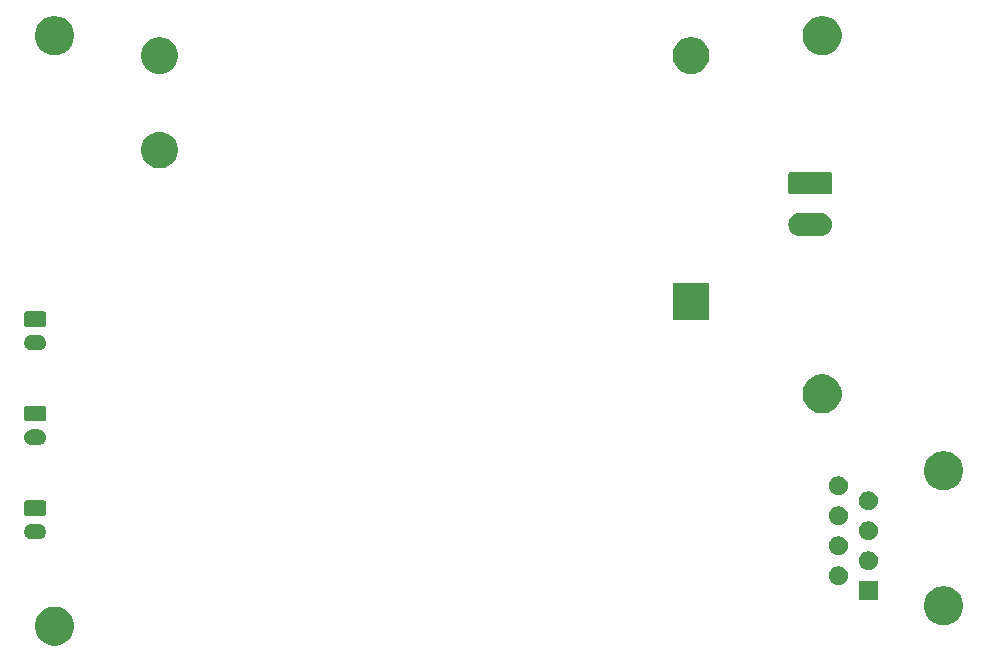
<source format=gbr>
G04 #@! TF.GenerationSoftware,KiCad,Pcbnew,(5.1.5)-3*
G04 #@! TF.CreationDate,2020-05-07T22:08:26-06:00*
G04 #@! TF.ProjectId,GarageDoorPowerBoard,47617261-6765-4446-9f6f-72506f776572,rev?*
G04 #@! TF.SameCoordinates,Original*
G04 #@! TF.FileFunction,Soldermask,Bot*
G04 #@! TF.FilePolarity,Negative*
%FSLAX46Y46*%
G04 Gerber Fmt 4.6, Leading zero omitted, Abs format (unit mm)*
G04 Created by KiCad (PCBNEW (5.1.5)-3) date 2020-05-07 22:08:26*
%MOMM*%
%LPD*%
G04 APERTURE LIST*
%ADD10C,0.100000*%
G04 APERTURE END LIST*
D10*
G36*
X106975256Y-115311298D02*
G01*
X107081579Y-115332447D01*
X107382042Y-115456903D01*
X107652451Y-115637585D01*
X107882415Y-115867549D01*
X108063097Y-116137958D01*
X108187553Y-116438421D01*
X108251000Y-116757391D01*
X108251000Y-117082609D01*
X108187553Y-117401579D01*
X108063097Y-117702042D01*
X107882415Y-117972451D01*
X107652451Y-118202415D01*
X107382042Y-118383097D01*
X107081579Y-118507553D01*
X106975256Y-118528702D01*
X106762611Y-118571000D01*
X106437389Y-118571000D01*
X106224744Y-118528702D01*
X106118421Y-118507553D01*
X105817958Y-118383097D01*
X105547549Y-118202415D01*
X105317585Y-117972451D01*
X105136903Y-117702042D01*
X105012447Y-117401579D01*
X104949000Y-117082609D01*
X104949000Y-116757391D01*
X105012447Y-116438421D01*
X105136903Y-116137958D01*
X105317585Y-115867549D01*
X105547549Y-115637585D01*
X105817958Y-115456903D01*
X106118421Y-115332447D01*
X106224744Y-115311298D01*
X106437389Y-115269000D01*
X106762611Y-115269000D01*
X106975256Y-115311298D01*
G37*
G36*
X182245256Y-113581298D02*
G01*
X182351579Y-113602447D01*
X182652042Y-113726903D01*
X182922451Y-113907585D01*
X183152415Y-114137549D01*
X183333097Y-114407958D01*
X183457553Y-114708421D01*
X183521000Y-115027391D01*
X183521000Y-115352609D01*
X183457553Y-115671579D01*
X183333097Y-115972042D01*
X183152415Y-116242451D01*
X182922451Y-116472415D01*
X182652042Y-116653097D01*
X182351579Y-116777553D01*
X182245256Y-116798702D01*
X182032611Y-116841000D01*
X181707389Y-116841000D01*
X181494744Y-116798702D01*
X181388421Y-116777553D01*
X181087958Y-116653097D01*
X180817549Y-116472415D01*
X180587585Y-116242451D01*
X180406903Y-115972042D01*
X180282447Y-115671579D01*
X180219000Y-115352609D01*
X180219000Y-115027391D01*
X180282447Y-114708421D01*
X180406903Y-114407958D01*
X180587585Y-114137549D01*
X180817549Y-113907585D01*
X181087958Y-113726903D01*
X181388421Y-113602447D01*
X181494744Y-113581298D01*
X181707389Y-113539000D01*
X182032611Y-113539000D01*
X182245256Y-113581298D01*
G37*
G36*
X176321000Y-114721000D02*
G01*
X174719000Y-114721000D01*
X174719000Y-113119000D01*
X176321000Y-113119000D01*
X176321000Y-114721000D01*
G37*
G36*
X173213642Y-111879781D02*
G01*
X173359414Y-111940162D01*
X173359416Y-111940163D01*
X173490608Y-112027822D01*
X173602178Y-112139392D01*
X173609412Y-112150219D01*
X173689838Y-112270586D01*
X173750219Y-112416358D01*
X173781000Y-112571107D01*
X173781000Y-112728893D01*
X173750219Y-112883642D01*
X173689838Y-113029414D01*
X173689837Y-113029416D01*
X173602178Y-113160608D01*
X173490608Y-113272178D01*
X173359416Y-113359837D01*
X173359415Y-113359838D01*
X173359414Y-113359838D01*
X173213642Y-113420219D01*
X173058893Y-113451000D01*
X172901107Y-113451000D01*
X172746358Y-113420219D01*
X172600586Y-113359838D01*
X172600585Y-113359838D01*
X172600584Y-113359837D01*
X172469392Y-113272178D01*
X172357822Y-113160608D01*
X172270163Y-113029416D01*
X172270162Y-113029414D01*
X172209781Y-112883642D01*
X172179000Y-112728893D01*
X172179000Y-112571107D01*
X172209781Y-112416358D01*
X172270162Y-112270586D01*
X172350588Y-112150219D01*
X172357822Y-112139392D01*
X172469392Y-112027822D01*
X172600584Y-111940163D01*
X172600586Y-111940162D01*
X172746358Y-111879781D01*
X172901107Y-111849000D01*
X173058893Y-111849000D01*
X173213642Y-111879781D01*
G37*
G36*
X175753642Y-110609781D02*
G01*
X175899414Y-110670162D01*
X175899416Y-110670163D01*
X176030608Y-110757822D01*
X176142178Y-110869392D01*
X176149412Y-110880219D01*
X176229838Y-111000586D01*
X176290219Y-111146358D01*
X176321000Y-111301107D01*
X176321000Y-111458893D01*
X176290219Y-111613642D01*
X176229838Y-111759414D01*
X176229837Y-111759416D01*
X176142178Y-111890608D01*
X176030608Y-112002178D01*
X175899416Y-112089837D01*
X175899415Y-112089838D01*
X175899414Y-112089838D01*
X175753642Y-112150219D01*
X175598893Y-112181000D01*
X175441107Y-112181000D01*
X175286358Y-112150219D01*
X175140586Y-112089838D01*
X175140585Y-112089838D01*
X175140584Y-112089837D01*
X175009392Y-112002178D01*
X174897822Y-111890608D01*
X174810163Y-111759416D01*
X174810162Y-111759414D01*
X174749781Y-111613642D01*
X174719000Y-111458893D01*
X174719000Y-111301107D01*
X174749781Y-111146358D01*
X174810162Y-111000586D01*
X174890588Y-110880219D01*
X174897822Y-110869392D01*
X175009392Y-110757822D01*
X175140584Y-110670163D01*
X175140586Y-110670162D01*
X175286358Y-110609781D01*
X175441107Y-110579000D01*
X175598893Y-110579000D01*
X175753642Y-110609781D01*
G37*
G36*
X173213642Y-109339781D02*
G01*
X173359414Y-109400162D01*
X173359416Y-109400163D01*
X173490608Y-109487822D01*
X173602178Y-109599392D01*
X173609412Y-109610219D01*
X173689838Y-109730586D01*
X173750219Y-109876358D01*
X173781000Y-110031107D01*
X173781000Y-110188893D01*
X173750219Y-110343642D01*
X173689838Y-110489414D01*
X173689837Y-110489416D01*
X173602178Y-110620608D01*
X173490608Y-110732178D01*
X173359416Y-110819837D01*
X173359415Y-110819838D01*
X173359414Y-110819838D01*
X173213642Y-110880219D01*
X173058893Y-110911000D01*
X172901107Y-110911000D01*
X172746358Y-110880219D01*
X172600586Y-110819838D01*
X172600585Y-110819838D01*
X172600584Y-110819837D01*
X172469392Y-110732178D01*
X172357822Y-110620608D01*
X172270163Y-110489416D01*
X172270162Y-110489414D01*
X172209781Y-110343642D01*
X172179000Y-110188893D01*
X172179000Y-110031107D01*
X172209781Y-109876358D01*
X172270162Y-109730586D01*
X172350588Y-109610219D01*
X172357822Y-109599392D01*
X172469392Y-109487822D01*
X172600584Y-109400163D01*
X172600586Y-109400162D01*
X172746358Y-109339781D01*
X172901107Y-109309000D01*
X173058893Y-109309000D01*
X173213642Y-109339781D01*
G37*
G36*
X175753642Y-108069781D02*
G01*
X175899414Y-108130162D01*
X175899416Y-108130163D01*
X176030608Y-108217822D01*
X176142178Y-108329392D01*
X176227740Y-108457446D01*
X176229838Y-108460586D01*
X176290219Y-108606358D01*
X176321000Y-108761107D01*
X176321000Y-108918893D01*
X176290219Y-109073642D01*
X176250167Y-109170336D01*
X176229837Y-109219416D01*
X176142178Y-109350608D01*
X176030608Y-109462178D01*
X175899416Y-109549837D01*
X175899415Y-109549838D01*
X175899414Y-109549838D01*
X175753642Y-109610219D01*
X175598893Y-109641000D01*
X175441107Y-109641000D01*
X175286358Y-109610219D01*
X175140586Y-109549838D01*
X175140585Y-109549838D01*
X175140584Y-109549837D01*
X175009392Y-109462178D01*
X174897822Y-109350608D01*
X174810163Y-109219416D01*
X174789833Y-109170336D01*
X174749781Y-109073642D01*
X174719000Y-108918893D01*
X174719000Y-108761107D01*
X174749781Y-108606358D01*
X174810162Y-108460586D01*
X174812260Y-108457446D01*
X174897822Y-108329392D01*
X175009392Y-108217822D01*
X175140584Y-108130163D01*
X175140586Y-108130162D01*
X175286358Y-108069781D01*
X175441107Y-108039000D01*
X175598893Y-108039000D01*
X175753642Y-108069781D01*
G37*
G36*
X105301655Y-108272140D02*
G01*
X105365418Y-108278420D01*
X105456204Y-108305960D01*
X105488136Y-108315646D01*
X105601225Y-108376094D01*
X105700354Y-108457446D01*
X105781706Y-108556575D01*
X105842154Y-108669664D01*
X105842155Y-108669668D01*
X105879380Y-108792382D01*
X105891949Y-108920000D01*
X105879380Y-109047618D01*
X105871485Y-109073643D01*
X105842154Y-109170336D01*
X105781706Y-109283425D01*
X105700354Y-109382554D01*
X105601225Y-109463906D01*
X105488136Y-109524354D01*
X105456204Y-109534040D01*
X105365418Y-109561580D01*
X105301655Y-109567860D01*
X105269774Y-109571000D01*
X104655826Y-109571000D01*
X104623945Y-109567860D01*
X104560182Y-109561580D01*
X104469396Y-109534040D01*
X104437464Y-109524354D01*
X104324375Y-109463906D01*
X104225246Y-109382554D01*
X104143894Y-109283425D01*
X104083446Y-109170336D01*
X104054115Y-109073643D01*
X104046220Y-109047618D01*
X104033651Y-108920000D01*
X104046220Y-108792382D01*
X104083445Y-108669668D01*
X104083446Y-108669664D01*
X104143894Y-108556575D01*
X104225246Y-108457446D01*
X104324375Y-108376094D01*
X104437464Y-108315646D01*
X104469396Y-108305960D01*
X104560182Y-108278420D01*
X104623945Y-108272140D01*
X104655826Y-108269000D01*
X105269774Y-108269000D01*
X105301655Y-108272140D01*
G37*
G36*
X173213642Y-106799781D02*
G01*
X173359414Y-106860162D01*
X173359416Y-106860163D01*
X173490608Y-106947822D01*
X173602178Y-107059392D01*
X173609412Y-107070219D01*
X173689838Y-107190586D01*
X173750219Y-107336358D01*
X173781000Y-107491107D01*
X173781000Y-107648893D01*
X173750219Y-107803642D01*
X173689838Y-107949414D01*
X173689837Y-107949416D01*
X173602178Y-108080608D01*
X173490608Y-108192178D01*
X173359416Y-108279837D01*
X173359415Y-108279838D01*
X173359414Y-108279838D01*
X173213642Y-108340219D01*
X173058893Y-108371000D01*
X172901107Y-108371000D01*
X172746358Y-108340219D01*
X172600586Y-108279838D01*
X172600585Y-108279838D01*
X172600584Y-108279837D01*
X172469392Y-108192178D01*
X172357822Y-108080608D01*
X172270163Y-107949416D01*
X172270162Y-107949414D01*
X172209781Y-107803642D01*
X172179000Y-107648893D01*
X172179000Y-107491107D01*
X172209781Y-107336358D01*
X172270162Y-107190586D01*
X172350588Y-107070219D01*
X172357822Y-107059392D01*
X172469392Y-106947822D01*
X172600584Y-106860163D01*
X172600586Y-106860162D01*
X172746358Y-106799781D01*
X172901107Y-106769000D01*
X173058893Y-106769000D01*
X173213642Y-106799781D01*
G37*
G36*
X105729042Y-106273404D02*
G01*
X105766137Y-106284657D01*
X105800315Y-106302925D01*
X105830281Y-106327519D01*
X105854875Y-106357485D01*
X105873143Y-106391663D01*
X105884396Y-106428758D01*
X105888800Y-106473474D01*
X105888800Y-107366526D01*
X105884396Y-107411242D01*
X105873143Y-107448337D01*
X105854875Y-107482515D01*
X105830281Y-107512481D01*
X105800315Y-107537075D01*
X105766137Y-107555343D01*
X105729042Y-107566596D01*
X105684326Y-107571000D01*
X104241274Y-107571000D01*
X104196558Y-107566596D01*
X104159463Y-107555343D01*
X104125285Y-107537075D01*
X104095319Y-107512481D01*
X104070725Y-107482515D01*
X104052457Y-107448337D01*
X104041204Y-107411242D01*
X104036800Y-107366526D01*
X104036800Y-106473474D01*
X104041204Y-106428758D01*
X104052457Y-106391663D01*
X104070725Y-106357485D01*
X104095319Y-106327519D01*
X104125285Y-106302925D01*
X104159463Y-106284657D01*
X104196558Y-106273404D01*
X104241274Y-106269000D01*
X105684326Y-106269000D01*
X105729042Y-106273404D01*
G37*
G36*
X175753642Y-105529781D02*
G01*
X175899414Y-105590162D01*
X175899416Y-105590163D01*
X176030608Y-105677822D01*
X176142178Y-105789392D01*
X176149412Y-105800219D01*
X176229838Y-105920586D01*
X176290219Y-106066358D01*
X176321000Y-106221107D01*
X176321000Y-106378893D01*
X176290219Y-106533642D01*
X176287482Y-106540249D01*
X176229837Y-106679416D01*
X176142178Y-106810608D01*
X176030608Y-106922178D01*
X175899416Y-107009837D01*
X175899415Y-107009838D01*
X175899414Y-107009838D01*
X175753642Y-107070219D01*
X175598893Y-107101000D01*
X175441107Y-107101000D01*
X175286358Y-107070219D01*
X175140586Y-107009838D01*
X175140585Y-107009838D01*
X175140584Y-107009837D01*
X175009392Y-106922178D01*
X174897822Y-106810608D01*
X174810163Y-106679416D01*
X174752518Y-106540249D01*
X174749781Y-106533642D01*
X174719000Y-106378893D01*
X174719000Y-106221107D01*
X174749781Y-106066358D01*
X174810162Y-105920586D01*
X174890588Y-105800219D01*
X174897822Y-105789392D01*
X175009392Y-105677822D01*
X175140584Y-105590163D01*
X175140586Y-105590162D01*
X175286358Y-105529781D01*
X175441107Y-105499000D01*
X175598893Y-105499000D01*
X175753642Y-105529781D01*
G37*
G36*
X173213642Y-104259781D02*
G01*
X173359414Y-104320162D01*
X173359416Y-104320163D01*
X173490608Y-104407822D01*
X173602178Y-104519392D01*
X173617312Y-104542042D01*
X173689838Y-104650586D01*
X173750219Y-104796358D01*
X173781000Y-104951107D01*
X173781000Y-105108893D01*
X173750219Y-105263642D01*
X173689838Y-105409414D01*
X173689837Y-105409416D01*
X173602178Y-105540608D01*
X173490608Y-105652178D01*
X173359416Y-105739837D01*
X173359415Y-105739838D01*
X173359414Y-105739838D01*
X173213642Y-105800219D01*
X173058893Y-105831000D01*
X172901107Y-105831000D01*
X172746358Y-105800219D01*
X172600586Y-105739838D01*
X172600585Y-105739838D01*
X172600584Y-105739837D01*
X172469392Y-105652178D01*
X172357822Y-105540608D01*
X172270163Y-105409416D01*
X172270162Y-105409414D01*
X172209781Y-105263642D01*
X172179000Y-105108893D01*
X172179000Y-104951107D01*
X172209781Y-104796358D01*
X172270162Y-104650586D01*
X172342688Y-104542042D01*
X172357822Y-104519392D01*
X172469392Y-104407822D01*
X172600584Y-104320163D01*
X172600586Y-104320162D01*
X172746358Y-104259781D01*
X172901107Y-104229000D01*
X173058893Y-104229000D01*
X173213642Y-104259781D01*
G37*
G36*
X182245256Y-102151298D02*
G01*
X182351579Y-102172447D01*
X182652042Y-102296903D01*
X182922451Y-102477585D01*
X183152415Y-102707549D01*
X183333097Y-102977958D01*
X183457553Y-103278421D01*
X183521000Y-103597391D01*
X183521000Y-103922609D01*
X183457553Y-104241579D01*
X183333097Y-104542042D01*
X183152415Y-104812451D01*
X182922451Y-105042415D01*
X182652042Y-105223097D01*
X182351579Y-105347553D01*
X182245256Y-105368702D01*
X182032611Y-105411000D01*
X181707389Y-105411000D01*
X181494744Y-105368702D01*
X181388421Y-105347553D01*
X181087958Y-105223097D01*
X180817549Y-105042415D01*
X180587585Y-104812451D01*
X180406903Y-104542042D01*
X180282447Y-104241579D01*
X180219000Y-103922609D01*
X180219000Y-103597391D01*
X180282447Y-103278421D01*
X180406903Y-102977958D01*
X180587585Y-102707549D01*
X180817549Y-102477585D01*
X181087958Y-102296903D01*
X181388421Y-102172447D01*
X181494744Y-102151298D01*
X181707389Y-102109000D01*
X182032611Y-102109000D01*
X182245256Y-102151298D01*
G37*
G36*
X105301655Y-100272140D02*
G01*
X105365418Y-100278420D01*
X105456204Y-100305960D01*
X105488136Y-100315646D01*
X105601225Y-100376094D01*
X105700354Y-100457446D01*
X105781706Y-100556575D01*
X105842154Y-100669664D01*
X105842155Y-100669668D01*
X105879380Y-100792382D01*
X105891949Y-100920000D01*
X105879380Y-101047618D01*
X105851840Y-101138404D01*
X105842154Y-101170336D01*
X105781706Y-101283425D01*
X105700354Y-101382554D01*
X105601225Y-101463906D01*
X105488136Y-101524354D01*
X105456204Y-101534040D01*
X105365418Y-101561580D01*
X105301655Y-101567860D01*
X105269774Y-101571000D01*
X104655826Y-101571000D01*
X104623945Y-101567860D01*
X104560182Y-101561580D01*
X104469396Y-101534040D01*
X104437464Y-101524354D01*
X104324375Y-101463906D01*
X104225246Y-101382554D01*
X104143894Y-101283425D01*
X104083446Y-101170336D01*
X104073760Y-101138404D01*
X104046220Y-101047618D01*
X104033651Y-100920000D01*
X104046220Y-100792382D01*
X104083445Y-100669668D01*
X104083446Y-100669664D01*
X104143894Y-100556575D01*
X104225246Y-100457446D01*
X104324375Y-100376094D01*
X104437464Y-100315646D01*
X104469396Y-100305960D01*
X104560182Y-100278420D01*
X104623945Y-100272140D01*
X104655826Y-100269000D01*
X105269774Y-100269000D01*
X105301655Y-100272140D01*
G37*
G36*
X105729042Y-98273404D02*
G01*
X105766137Y-98284657D01*
X105800315Y-98302925D01*
X105830281Y-98327519D01*
X105854875Y-98357485D01*
X105873143Y-98391663D01*
X105884396Y-98428758D01*
X105888800Y-98473474D01*
X105888800Y-99366526D01*
X105884396Y-99411242D01*
X105873143Y-99448337D01*
X105854875Y-99482515D01*
X105830281Y-99512481D01*
X105800315Y-99537075D01*
X105766137Y-99555343D01*
X105729042Y-99566596D01*
X105684326Y-99571000D01*
X104241274Y-99571000D01*
X104196558Y-99566596D01*
X104159463Y-99555343D01*
X104125285Y-99537075D01*
X104095319Y-99512481D01*
X104070725Y-99482515D01*
X104052457Y-99448337D01*
X104041204Y-99411242D01*
X104036800Y-99366526D01*
X104036800Y-98473474D01*
X104041204Y-98428758D01*
X104052457Y-98391663D01*
X104070725Y-98357485D01*
X104095319Y-98327519D01*
X104125285Y-98302925D01*
X104159463Y-98284657D01*
X104196558Y-98273404D01*
X104241274Y-98269000D01*
X105684326Y-98269000D01*
X105729042Y-98273404D01*
G37*
G36*
X171975256Y-95647898D02*
G01*
X172081579Y-95669047D01*
X172382042Y-95793503D01*
X172652451Y-95974185D01*
X172882415Y-96204149D01*
X173063097Y-96474558D01*
X173187553Y-96775021D01*
X173251000Y-97093991D01*
X173251000Y-97419209D01*
X173187553Y-97738179D01*
X173063097Y-98038642D01*
X172882415Y-98309051D01*
X172652451Y-98539015D01*
X172382042Y-98719697D01*
X172081579Y-98844153D01*
X171975256Y-98865302D01*
X171762611Y-98907600D01*
X171437389Y-98907600D01*
X171224744Y-98865302D01*
X171118421Y-98844153D01*
X170817958Y-98719697D01*
X170547549Y-98539015D01*
X170317585Y-98309051D01*
X170136903Y-98038642D01*
X170012447Y-97738179D01*
X169949000Y-97419209D01*
X169949000Y-97093991D01*
X170012447Y-96775021D01*
X170136903Y-96474558D01*
X170317585Y-96204149D01*
X170547549Y-95974185D01*
X170817958Y-95793503D01*
X171118421Y-95669047D01*
X171224744Y-95647898D01*
X171437389Y-95605600D01*
X171762611Y-95605600D01*
X171975256Y-95647898D01*
G37*
G36*
X105301655Y-92272140D02*
G01*
X105365418Y-92278420D01*
X105456204Y-92305960D01*
X105488136Y-92315646D01*
X105601225Y-92376094D01*
X105700354Y-92457446D01*
X105781706Y-92556575D01*
X105842154Y-92669664D01*
X105842155Y-92669668D01*
X105879380Y-92792382D01*
X105891949Y-92920000D01*
X105879380Y-93047618D01*
X105851840Y-93138404D01*
X105842154Y-93170336D01*
X105781706Y-93283425D01*
X105700354Y-93382554D01*
X105601225Y-93463906D01*
X105488136Y-93524354D01*
X105456204Y-93534040D01*
X105365418Y-93561580D01*
X105301655Y-93567860D01*
X105269774Y-93571000D01*
X104655826Y-93571000D01*
X104623945Y-93567860D01*
X104560182Y-93561580D01*
X104469396Y-93534040D01*
X104437464Y-93524354D01*
X104324375Y-93463906D01*
X104225246Y-93382554D01*
X104143894Y-93283425D01*
X104083446Y-93170336D01*
X104073760Y-93138404D01*
X104046220Y-93047618D01*
X104033651Y-92920000D01*
X104046220Y-92792382D01*
X104083445Y-92669668D01*
X104083446Y-92669664D01*
X104143894Y-92556575D01*
X104225246Y-92457446D01*
X104324375Y-92376094D01*
X104437464Y-92315646D01*
X104469396Y-92305960D01*
X104560182Y-92278420D01*
X104623945Y-92272140D01*
X104655826Y-92269000D01*
X105269774Y-92269000D01*
X105301655Y-92272140D01*
G37*
G36*
X105729042Y-90273404D02*
G01*
X105766137Y-90284657D01*
X105800315Y-90302925D01*
X105830281Y-90327519D01*
X105854875Y-90357485D01*
X105873143Y-90391663D01*
X105884396Y-90428758D01*
X105888800Y-90473474D01*
X105888800Y-91366526D01*
X105884396Y-91411242D01*
X105873143Y-91448337D01*
X105854875Y-91482515D01*
X105830281Y-91512481D01*
X105800315Y-91537075D01*
X105766137Y-91555343D01*
X105729042Y-91566596D01*
X105684326Y-91571000D01*
X104241274Y-91571000D01*
X104196558Y-91566596D01*
X104159463Y-91555343D01*
X104125285Y-91537075D01*
X104095319Y-91512481D01*
X104070725Y-91482515D01*
X104052457Y-91448337D01*
X104041204Y-91411242D01*
X104036800Y-91366526D01*
X104036800Y-90473474D01*
X104041204Y-90428758D01*
X104052457Y-90391663D01*
X104070725Y-90357485D01*
X104095319Y-90327519D01*
X104125285Y-90302925D01*
X104159463Y-90284657D01*
X104196558Y-90273404D01*
X104241274Y-90269000D01*
X105684326Y-90269000D01*
X105729042Y-90273404D01*
G37*
G36*
X162051000Y-90971000D02*
G01*
X158949000Y-90971000D01*
X158949000Y-87869000D01*
X162051000Y-87869000D01*
X162051000Y-90971000D01*
G37*
G36*
X171686425Y-81982760D02*
G01*
X171686428Y-81982761D01*
X171686429Y-81982761D01*
X171865693Y-82037140D01*
X171865696Y-82037142D01*
X171865697Y-82037142D01*
X172030903Y-82125446D01*
X172175712Y-82244288D01*
X172294554Y-82389097D01*
X172382858Y-82554303D01*
X172382860Y-82554307D01*
X172437239Y-82733571D01*
X172437240Y-82733575D01*
X172455601Y-82920000D01*
X172437240Y-83106425D01*
X172437239Y-83106428D01*
X172437239Y-83106429D01*
X172382860Y-83285693D01*
X172382858Y-83285696D01*
X172382858Y-83285697D01*
X172294554Y-83450903D01*
X172175712Y-83595712D01*
X172030903Y-83714554D01*
X171865697Y-83802858D01*
X171865693Y-83802860D01*
X171686429Y-83857239D01*
X171686428Y-83857239D01*
X171686425Y-83857240D01*
X171546718Y-83871000D01*
X169653282Y-83871000D01*
X169513575Y-83857240D01*
X169513572Y-83857239D01*
X169513571Y-83857239D01*
X169334307Y-83802860D01*
X169334303Y-83802858D01*
X169169097Y-83714554D01*
X169024288Y-83595712D01*
X168905446Y-83450903D01*
X168817142Y-83285697D01*
X168817142Y-83285696D01*
X168817140Y-83285693D01*
X168762761Y-83106429D01*
X168762761Y-83106428D01*
X168762760Y-83106425D01*
X168744399Y-82920000D01*
X168762760Y-82733575D01*
X168762761Y-82733571D01*
X168817140Y-82554307D01*
X168817142Y-82554303D01*
X168905446Y-82389097D01*
X169024288Y-82244288D01*
X169169097Y-82125446D01*
X169334303Y-82037142D01*
X169334304Y-82037142D01*
X169334307Y-82037140D01*
X169513571Y-81982761D01*
X169513572Y-81982761D01*
X169513575Y-81982760D01*
X169653282Y-81969000D01*
X171546718Y-81969000D01*
X171686425Y-81982760D01*
G37*
G36*
X172310915Y-78472934D02*
G01*
X172343424Y-78482795D01*
X172373382Y-78498809D01*
X172399641Y-78520359D01*
X172421191Y-78546618D01*
X172437205Y-78576576D01*
X172447066Y-78609085D01*
X172451000Y-78649029D01*
X172451000Y-80190971D01*
X172447066Y-80230915D01*
X172437205Y-80263424D01*
X172421191Y-80293382D01*
X172399641Y-80319641D01*
X172373382Y-80341191D01*
X172343424Y-80357205D01*
X172310915Y-80367066D01*
X172270971Y-80371000D01*
X168929029Y-80371000D01*
X168889085Y-80367066D01*
X168856576Y-80357205D01*
X168826618Y-80341191D01*
X168800359Y-80319641D01*
X168778809Y-80293382D01*
X168762795Y-80263424D01*
X168752934Y-80230915D01*
X168749000Y-80190971D01*
X168749000Y-78649029D01*
X168752934Y-78609085D01*
X168762795Y-78576576D01*
X168778809Y-78546618D01*
X168800359Y-78520359D01*
X168826618Y-78498809D01*
X168856576Y-78482795D01*
X168889085Y-78472934D01*
X168929029Y-78469000D01*
X172270971Y-78469000D01*
X172310915Y-78472934D01*
G37*
G36*
X115802585Y-75098802D02*
G01*
X115952410Y-75128604D01*
X116234674Y-75245521D01*
X116488705Y-75415259D01*
X116704741Y-75631295D01*
X116874479Y-75885326D01*
X116991396Y-76167590D01*
X117051000Y-76467240D01*
X117051000Y-76772760D01*
X116991396Y-77072410D01*
X116874479Y-77354674D01*
X116704741Y-77608705D01*
X116488705Y-77824741D01*
X116234674Y-77994479D01*
X115952410Y-78111396D01*
X115802585Y-78141198D01*
X115652761Y-78171000D01*
X115347239Y-78171000D01*
X115197415Y-78141198D01*
X115047590Y-78111396D01*
X114765326Y-77994479D01*
X114511295Y-77824741D01*
X114295259Y-77608705D01*
X114125521Y-77354674D01*
X114008604Y-77072410D01*
X113949000Y-76772760D01*
X113949000Y-76467240D01*
X114008604Y-76167590D01*
X114125521Y-75885326D01*
X114295259Y-75631295D01*
X114511295Y-75415259D01*
X114765326Y-75245521D01*
X115047590Y-75128604D01*
X115197415Y-75098802D01*
X115347239Y-75069000D01*
X115652761Y-75069000D01*
X115802585Y-75098802D01*
G37*
G36*
X115802585Y-67098802D02*
G01*
X115952410Y-67128604D01*
X116234674Y-67245521D01*
X116488705Y-67415259D01*
X116704741Y-67631295D01*
X116874479Y-67885326D01*
X116991396Y-68167590D01*
X117051000Y-68467240D01*
X117051000Y-68772760D01*
X116991396Y-69072410D01*
X116874479Y-69354674D01*
X116704741Y-69608705D01*
X116488705Y-69824741D01*
X116234674Y-69994479D01*
X115952410Y-70111396D01*
X115802585Y-70141198D01*
X115652761Y-70171000D01*
X115347239Y-70171000D01*
X115197415Y-70141198D01*
X115047590Y-70111396D01*
X114765326Y-69994479D01*
X114511295Y-69824741D01*
X114295259Y-69608705D01*
X114125521Y-69354674D01*
X114008604Y-69072410D01*
X113949000Y-68772760D01*
X113949000Y-68467240D01*
X114008604Y-68167590D01*
X114125521Y-67885326D01*
X114295259Y-67631295D01*
X114511295Y-67415259D01*
X114765326Y-67245521D01*
X115047590Y-67128604D01*
X115197415Y-67098802D01*
X115347239Y-67069000D01*
X115652761Y-67069000D01*
X115802585Y-67098802D01*
G37*
G36*
X160802585Y-67098802D02*
G01*
X160952410Y-67128604D01*
X161234674Y-67245521D01*
X161488705Y-67415259D01*
X161704741Y-67631295D01*
X161874479Y-67885326D01*
X161991396Y-68167590D01*
X162051000Y-68467240D01*
X162051000Y-68772760D01*
X161991396Y-69072410D01*
X161874479Y-69354674D01*
X161704741Y-69608705D01*
X161488705Y-69824741D01*
X161234674Y-69994479D01*
X160952410Y-70111396D01*
X160802585Y-70141198D01*
X160652761Y-70171000D01*
X160347239Y-70171000D01*
X160197415Y-70141198D01*
X160047590Y-70111396D01*
X159765326Y-69994479D01*
X159511295Y-69824741D01*
X159295259Y-69608705D01*
X159125521Y-69354674D01*
X159008604Y-69072410D01*
X158949000Y-68772760D01*
X158949000Y-68467240D01*
X159008604Y-68167590D01*
X159125521Y-67885326D01*
X159295259Y-67631295D01*
X159511295Y-67415259D01*
X159765326Y-67245521D01*
X160047590Y-67128604D01*
X160197415Y-67098802D01*
X160347239Y-67069000D01*
X160652761Y-67069000D01*
X160802585Y-67098802D01*
G37*
G36*
X106975256Y-65311298D02*
G01*
X107081579Y-65332447D01*
X107382042Y-65456903D01*
X107652451Y-65637585D01*
X107882415Y-65867549D01*
X108063097Y-66137958D01*
X108187553Y-66438421D01*
X108251000Y-66757391D01*
X108251000Y-67082609D01*
X108187553Y-67401579D01*
X108063097Y-67702042D01*
X107882415Y-67972451D01*
X107652451Y-68202415D01*
X107382042Y-68383097D01*
X107081579Y-68507553D01*
X106975256Y-68528702D01*
X106762611Y-68571000D01*
X106437389Y-68571000D01*
X106224744Y-68528702D01*
X106118421Y-68507553D01*
X105817958Y-68383097D01*
X105547549Y-68202415D01*
X105317585Y-67972451D01*
X105136903Y-67702042D01*
X105012447Y-67401579D01*
X104949000Y-67082609D01*
X104949000Y-66757391D01*
X105012447Y-66438421D01*
X105136903Y-66137958D01*
X105317585Y-65867549D01*
X105547549Y-65637585D01*
X105817958Y-65456903D01*
X106118421Y-65332447D01*
X106224744Y-65311298D01*
X106437389Y-65269000D01*
X106762611Y-65269000D01*
X106975256Y-65311298D01*
G37*
G36*
X171975256Y-65311298D02*
G01*
X172081579Y-65332447D01*
X172382042Y-65456903D01*
X172652451Y-65637585D01*
X172882415Y-65867549D01*
X173063097Y-66137958D01*
X173187553Y-66438421D01*
X173251000Y-66757391D01*
X173251000Y-67082609D01*
X173187553Y-67401579D01*
X173063097Y-67702042D01*
X172882415Y-67972451D01*
X172652451Y-68202415D01*
X172382042Y-68383097D01*
X172081579Y-68507553D01*
X171975256Y-68528702D01*
X171762611Y-68571000D01*
X171437389Y-68571000D01*
X171224744Y-68528702D01*
X171118421Y-68507553D01*
X170817958Y-68383097D01*
X170547549Y-68202415D01*
X170317585Y-67972451D01*
X170136903Y-67702042D01*
X170012447Y-67401579D01*
X169949000Y-67082609D01*
X169949000Y-66757391D01*
X170012447Y-66438421D01*
X170136903Y-66137958D01*
X170317585Y-65867549D01*
X170547549Y-65637585D01*
X170817958Y-65456903D01*
X171118421Y-65332447D01*
X171224744Y-65311298D01*
X171437389Y-65269000D01*
X171762611Y-65269000D01*
X171975256Y-65311298D01*
G37*
M02*

</source>
